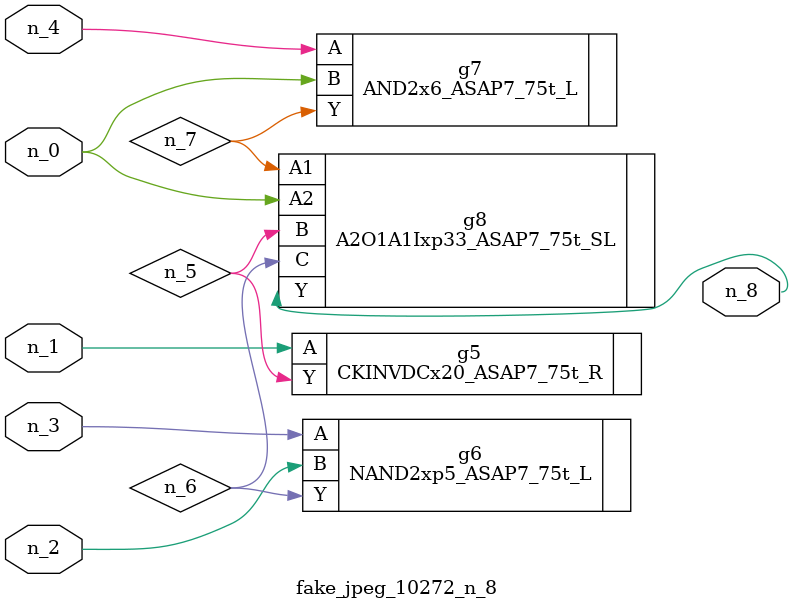
<source format=v>
module fake_jpeg_10272_n_8 (n_3, n_2, n_1, n_0, n_4, n_8);

input n_3;
input n_2;
input n_1;
input n_0;
input n_4;

output n_8;

wire n_6;
wire n_5;
wire n_7;

CKINVDCx20_ASAP7_75t_R g5 ( 
.A(n_1),
.Y(n_5)
);

NAND2xp5_ASAP7_75t_L g6 ( 
.A(n_3),
.B(n_2),
.Y(n_6)
);

AND2x6_ASAP7_75t_L g7 ( 
.A(n_4),
.B(n_0),
.Y(n_7)
);

A2O1A1Ixp33_ASAP7_75t_SL g8 ( 
.A1(n_7),
.A2(n_0),
.B(n_5),
.C(n_6),
.Y(n_8)
);


endmodule
</source>
